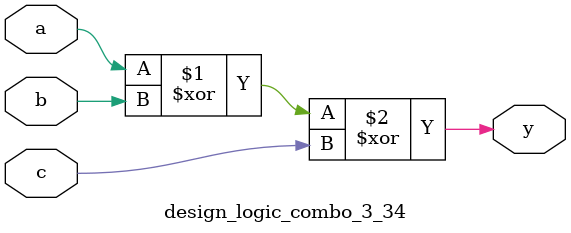
<source format=sv>
module design_logic_combo_3_34(input logic a,b,c, output logic y);
  assign y = (a ^ b) ^ c;
endmodule

</source>
